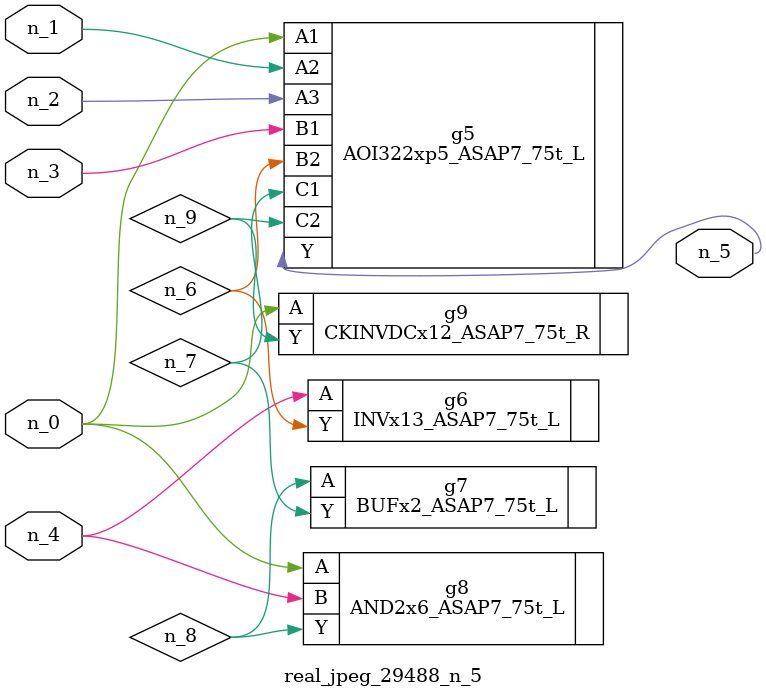
<source format=v>
module real_jpeg_29488_n_5 (n_4, n_0, n_1, n_2, n_3, n_5);

input n_4;
input n_0;
input n_1;
input n_2;
input n_3;

output n_5;

wire n_8;
wire n_6;
wire n_7;
wire n_9;

AOI322xp5_ASAP7_75t_L g5 ( 
.A1(n_0),
.A2(n_1),
.A3(n_2),
.B1(n_3),
.B2(n_6),
.C1(n_7),
.C2(n_9),
.Y(n_5)
);

AND2x6_ASAP7_75t_L g8 ( 
.A(n_0),
.B(n_4),
.Y(n_8)
);

CKINVDCx12_ASAP7_75t_R g9 ( 
.A(n_0),
.Y(n_9)
);

INVx13_ASAP7_75t_L g6 ( 
.A(n_4),
.Y(n_6)
);

BUFx2_ASAP7_75t_L g7 ( 
.A(n_8),
.Y(n_7)
);


endmodule
</source>
